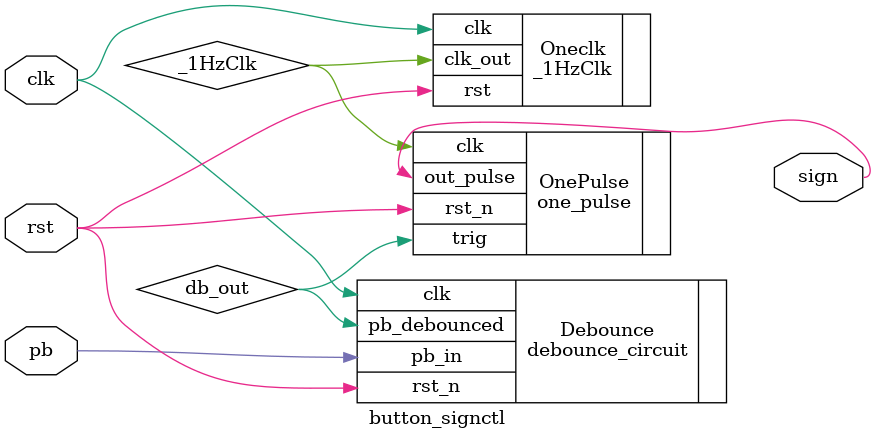
<source format=v>
`timescale 1ns / 1ps


module button_signctl(clk ,rst, pb, sign);
input clk, rst, pb;
output sign;

wire _1HzClk;
wire db_out;

_1HzClk Oneclk(.clk(clk), .rst(rst), .clk_out(_1HzClk));
debounce_circuit Debounce(.clk(clk), .rst_n(rst), .pb_in(pb), .pb_debounced(db_out));
one_pulse OnePulse(.clk(_1HzClk), .rst_n(rst), .trig(db_out), .out_pulse(sign));

endmodule


</source>
